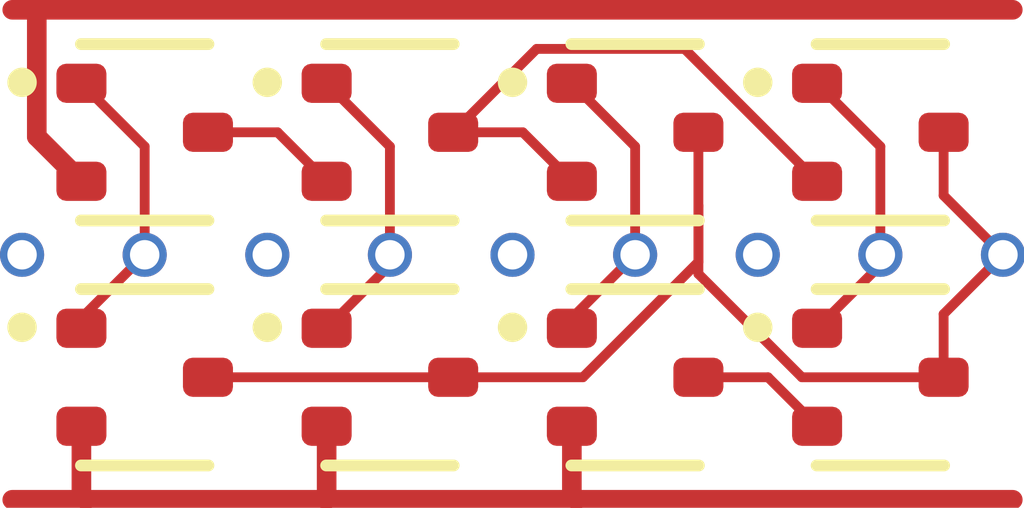
<source format=kicad_pcb>
(kicad_pcb (version 20241229) (generator "pcbnew") (generator_version "9.0")
  (layers (0 "F.Cu" signal) (2 "B.Cu" signal) (13 "F.Paste" user) (15 "B.Paste" user) (5 "F.SilkS" user "F.Silkscreen") (7 "B.SilkS" user "B.Silkscreen") (1 "F.Mask" user) (3 "B.Mask" user) (25 "Edge.Cuts" user))
  (net 0 "")
  (net 1 "A")
  (net 2 "GND")
  (net 3 "B")
  (net 4 "C1")
  (net 5 "Y")
  (net 6 "intC")
  (net 7 "C2")
  (net 8 "intPA")
  (net 9 "intPB")
  (net 10 "VDD")
  (footprint "Package_TO_SOT_SMD:SOT-523" (layer "F.Cu") (at 1.25 1.25)
    (property "Reference" "P1" (hide yes))
    (property "Value" "" (hide yes))
    (fp_line (start 0.65 -0.9) (end -0.65 -0.9) (stroke (width 0.12)) (layer "F.SilkS"))
    (fp_line (start 0.65 0.9) (end -0.65 0.9) (stroke (width 0.12)) (layer "F.SilkS"))
    (fp_circle (center -1.25 -0.51) (end -1.1 -0.51) (fill yes) (layer "F.SilkS"))
    (pad "1" smd roundrect (at -0.645 -0.5 180) (size 0.51 0.4) (layers "F.Cu" "F.Mask" "F.Paste") (net 1 "A"))
    (pad "2" smd roundrect (at -0.645 0.5 180) (size 0.51 0.4) (layers "F.Cu" "F.Mask" "F.Paste") (net 10 "VDD"))
    (pad "3" smd roundrect (at 0.645 0 180) (size 0.51 0.4) (layers "F.Cu" "F.Mask" "F.Paste") (net 8 "intPA"))
  )
  (footprint "Package_TO_SOT_SMD:SOT-523" (layer "F.Cu") (at 3.75 3.75)
    (property "Reference" "N2" (hide yes))
    (property "Value" "" (hide yes))
    (fp_line (start 0.65 -0.9) (end -0.65 -0.9) (stroke (width 0.12)) (layer "F.SilkS"))
    (fp_line (start 0.65 0.9) (end -0.65 0.9) (stroke (width 0.12)) (layer "F.SilkS"))
    (fp_circle (center -1.25 -0.51) (end -1.1 -0.51) (fill yes) (layer "F.SilkS"))
    (pad "1" smd roundrect (at -0.645 -0.5 180) (size 0.51 0.4) (layers "F.Cu" "F.Mask" "F.Paste") (net 3 "B"))
    (pad "2" smd roundrect (at -0.645 0.5 180) (size 0.51 0.4) (layers "F.Cu" "F.Mask" "F.Paste") (net 2 "GND"))
    (pad "3" smd roundrect (at 0.645 0 180) (size 0.51 0.4) (layers "F.Cu" "F.Mask" "F.Paste") (net 5 "Y"))
  )
  (footprint "Package_TO_SOT_SMD:SOT-523" (layer "F.Cu") (at 8.75 3.75)
    (property "Reference" "N4" (hide yes))
    (property "Value" "" (hide yes))
    (fp_line (start 0.65 -0.9) (end -0.65 -0.9) (stroke (width 0.12)) (layer "F.SilkS"))
    (fp_line (start 0.65 0.9) (end -0.65 0.9) (stroke (width 0.12)) (layer "F.SilkS"))
    (fp_circle (center -1.25 -0.51) (end -1.1 -0.51) (fill yes) (layer "F.SilkS"))
    (pad "1" smd roundrect (at -0.645 -0.5 180) (size 0.51 0.4) (layers "F.Cu" "F.Mask" "F.Paste") (net 7 "C2"))
    (pad "2" smd roundrect (at -0.645 0.5 180) (size 0.51 0.4) (layers "F.Cu" "F.Mask" "F.Paste") (net 6 "intC"))
    (pad "3" smd roundrect (at 0.645 0 180) (size 0.51 0.4) (layers "F.Cu" "F.Mask" "F.Paste") (net 5 "Y"))
  )
  (footprint "Package_TO_SOT_SMD:SOT-523" (layer "F.Cu") (at 6.25 1.25)
    (property "Reference" "P3" (hide yes))
    (property "Value" "" (hide yes))
    (fp_line (start 0.65 -0.9) (end -0.65 -0.9) (stroke (width 0.12)) (layer "F.SilkS"))
    (fp_line (start 0.65 0.9) (end -0.65 0.9) (stroke (width 0.12)) (layer "F.SilkS"))
    (fp_circle (center -1.25 -0.51) (end -1.1 -0.51) (fill yes) (layer "F.SilkS"))
    (pad "1" smd roundrect (at -0.645 -0.5 180) (size 0.51 0.4) (layers "F.Cu" "F.Mask" "F.Paste") (net 4 "C1"))
    (pad "2" smd roundrect (at -0.645 0.5 180) (size 0.51 0.4) (layers "F.Cu" "F.Mask" "F.Paste") (net 9 "intPB"))
    (pad "3" smd roundrect (at 0.645 0 180) (size 0.51 0.4) (layers "F.Cu" "F.Mask" "F.Paste") (net 5 "Y"))
  )
  (footprint "Package_TO_SOT_SMD:SOT-523" (layer "F.Cu") (at 3.75 1.25)
    (property "Reference" "P2" (hide yes))
    (property "Value" "" (hide yes))
    (fp_line (start 0.65 -0.9) (end -0.65 -0.9) (stroke (width 0.12)) (layer "F.SilkS"))
    (fp_line (start 0.65 0.9) (end -0.65 0.9) (stroke (width 0.12)) (layer "F.SilkS"))
    (fp_circle (center -1.25 -0.51) (end -1.1 -0.51) (fill yes) (layer "F.SilkS"))
    (pad "1" smd roundrect (at -0.645 -0.5 180) (size 0.51 0.4) (layers "F.Cu" "F.Mask" "F.Paste") (net 3 "B"))
    (pad "2" smd roundrect (at -0.645 0.5 180) (size 0.51 0.4) (layers "F.Cu" "F.Mask" "F.Paste") (net 8 "intPA"))
    (pad "3" smd roundrect (at 0.645 0 180) (size 0.51 0.4) (layers "F.Cu" "F.Mask" "F.Paste") (net 9 "intPB"))
  )
  (footprint "Package_TO_SOT_SMD:SOT-523" (layer "F.Cu") (at 8.75 1.25)
    (property "Reference" "P4" (hide yes))
    (property "Value" "" (hide yes))
    (fp_line (start 0.65 -0.9) (end -0.65 -0.9) (stroke (width 0.12)) (layer "F.SilkS"))
    (fp_line (start 0.65 0.9) (end -0.65 0.9) (stroke (width 0.12)) (layer "F.SilkS"))
    (fp_circle (center -1.25 -0.51) (end -1.1 -0.51) (fill yes) (layer "F.SilkS"))
    (pad "1" smd roundrect (at -0.645 -0.5 180) (size 0.51 0.4) (layers "F.Cu" "F.Mask" "F.Paste") (net 7 "C2"))
    (pad "2" smd roundrect (at -0.645 0.5 180) (size 0.51 0.4) (layers "F.Cu" "F.Mask" "F.Paste") (net 9 "intPB"))
    (pad "3" smd roundrect (at 0.645 0 180) (size 0.51 0.4) (layers "F.Cu" "F.Mask" "F.Paste") (net 5 "Y"))
  )
  (footprint "Package_TO_SOT_SMD:SOT-523" (layer "F.Cu") (at 1.25 3.75)
    (property "Reference" "N1" (hide yes))
    (property "Value" "" (hide yes))
    (fp_line (start 0.65 -0.9) (end -0.65 -0.9) (stroke (width 0.12)) (layer "F.SilkS"))
    (fp_line (start 0.65 0.9) (end -0.65 0.9) (stroke (width 0.12)) (layer "F.SilkS"))
    (fp_circle (center -1.25 -0.51) (end -1.1 -0.51) (fill yes) (layer "F.SilkS"))
    (pad "1" smd roundrect (at -0.645 -0.5 180) (size 0.51 0.4) (layers "F.Cu" "F.Mask" "F.Paste") (net 1 "A"))
    (pad "2" smd roundrect (at -0.645 0.5 180) (size 0.51 0.4) (layers "F.Cu" "F.Mask" "F.Paste") (net 2 "GND"))
    (pad "3" smd roundrect (at 0.645 0 180) (size 0.51 0.4) (layers "F.Cu" "F.Mask" "F.Paste") (net 5 "Y"))
  )
  (footprint "Package_TO_SOT_SMD:SOT-523" (layer "F.Cu") (at 6.25 3.75)
    (property "Reference" "N3" (hide yes))
    (property "Value" "" (hide yes))
    (fp_line (start 0.65 -0.9) (end -0.65 -0.9) (stroke (width 0.12)) (layer "F.SilkS"))
    (fp_line (start 0.65 0.9) (end -0.65 0.9) (stroke (width 0.12)) (layer "F.SilkS"))
    (fp_circle (center -1.25 -0.51) (end -1.1 -0.51) (fill yes) (layer "F.SilkS"))
    (pad "1" smd roundrect (at -0.645 -0.5 180) (size 0.51 0.4) (layers "F.Cu" "F.Mask" "F.Paste") (net 4 "C1"))
    (pad "2" smd roundrect (at -0.645 0.5 180) (size 0.51 0.4) (layers "F.Cu" "F.Mask" "F.Paste") (net 2 "GND"))
    (pad "3" smd roundrect (at 0.645 0 180) (size 0.51 0.4) (layers "F.Cu" "F.Mask" "F.Paste") (net 6 "intC"))
  )
  (via (at 5 2.5) (size 0.45) (drill 0.3) (layers "F.Cu" "B.Cu") (net 0))
  (via (at 0 2.5) (size 0.45) (drill 0.3) (layers "F.Cu" "B.Cu") (net 0))
  (via (at 2.5 2.5) (size 0.45) (drill 0.3) (layers "F.Cu" "B.Cu") (net 0))
  (via (at 7.5 2.5) (size 0.45) (drill 0.3) (layers "F.Cu" "B.Cu") (net 0))
  (segment (start 0.605 3.145) (end 0.605 3.25) (width 0.1) (layer "F.Cu") (net 1))
  (segment (start 1.25 2.5) (end 0.605 3.145) (width 0.1) (layer "F.Cu") (net 1))
  (segment (start 0.605 0.75) (end 1.25 1.395) (width 0.1) (layer "F.Cu") (net 1))
  (segment (start 1.25 1.395) (end 1.25 2.5) (width 0.1) (layer "F.Cu") (net 1))
  (via (at 1.25 2.5) (size 0.45) (drill 0.3) (layers "F.Cu" "B.Cu") (net 1))
  (segment (start 0.605 4.25) (end 0.605 4.955) (width 0.2) (layer "F.Cu") (net 2))
  (segment (start 3.105 4.25) (end 3.105 4.995) (width 0.2) (layer "F.Cu") (net 2))
  (segment (start 3.1 5) (end 5.65 5) (width 0.2) (layer "F.Cu") (net 2))
  (segment (start 0.605 4.955) (end 0.65 5) (width 0.2) (layer "F.Cu") (net 2))
  (segment (start 5.605 4.25) (end 5.605 4.955) (width 0.2) (layer "F.Cu") (net 2))
  (segment (start 0.65 5) (end 3.1 5) (width 0.2) (layer "F.Cu") (net 2))
  (segment (start 5.65 5) (end 10.1 5) (width 0.2) (layer "F.Cu") (net 2))
  (segment (start 3.105 4.995) (end 3.1 5) (width 0.2) (layer "F.Cu") (net 2))
  (segment (start 5.605 4.955) (end 5.65 5) (width 0.2) (layer "F.Cu") (net 2))
  (segment (start -0.1 5) (end 0.65 5) (width 0.2) (layer "F.Cu") (net 2))
  (segment (start 3.105 0.75) (end 3.75 1.395) (width 0.1) (layer "F.Cu") (net 3))
  (segment (start 3.75 2.5) (end 3.75 2.605) (width 0.1) (layer "F.Cu") (net 3))
  (segment (start 3.75 2.605) (end 3.105 3.25) (width 0.1) (layer "F.Cu") (net 3))
  (segment (start 3.75 1.395) (end 3.75 2.5) (width 0.1) (layer "F.Cu") (net 3))
  (via (at 3.75 2.5) (size 0.45) (drill 0.3) (layers "F.Cu" "B.Cu") (net 3))
  (segment (start 5.605 0.75) (end 6.25 1.395) (width 0.1) (layer "F.Cu") (net 4))
  (segment (start 5.605 3.145) (end 5.605 3.25) (width 0.1) (layer "F.Cu") (net 4))
  (segment (start 6.25 1.395) (end 6.25 2.5) (width 0.1) (layer "F.Cu") (net 4))
  (segment (start 6.25 2.5) (end 5.605 3.145) (width 0.1) (layer "F.Cu") (net 4))
  (via (at 6.25 2.5) (size 0.45) (drill 0.3) (layers "F.Cu" "B.Cu") (net 4))
  (segment (start 9.395 1.25) (end 9.395 1.895) (width 0.1) (layer "F.Cu") (net 5))
  (segment (start 6.895 2.695) (end 6.895 2) (width 0.1) (layer "F.Cu") (net 5))
  (segment (start 6.895 2) (end 6.895 1.25) (width 0.1) (layer "F.Cu") (net 5))
  (segment (start 6.895 2.572738) (end 6.895 2) (width 0.1) (layer "F.Cu") (net 5))
  (segment (start 9.395 3.75) (end 7.95 3.75) (width 0.1) (layer "F.Cu") (net 5))
  (segment (start 9.395 3.105) (end 9.395 3.75) (width 0.1) (layer "F.Cu") (net 5))
  (segment (start 9.395 1.895) (end 10 2.5) (width 0.1) (layer "F.Cu") (net 5))
  (segment (start 5.717738 3.75) (end 6.895 2.572738) (width 0.1) (layer "F.Cu") (net 5))
  (segment (start 10 2.5) (end 9.395 3.105) (width 0.1) (layer "F.Cu") (net 5))
  (segment (start 7.95 3.75) (end 6.895 2.695) (width 0.1) (layer "F.Cu") (net 5))
  (segment (start 1.895 3.75) (end 4.395 3.75) (width 0.1) (layer "F.Cu") (net 5))
  (segment (start 4.395 3.75) (end 5.717738 3.75) (width 0.1) (layer "F.Cu") (net 5))
  (via (at 10 2.5) (size 0.45) (drill 0.3) (layers "F.Cu" "B.Cu") (net 5))
  (segment (start 6.895 3.75) (end 7.605 3.75) (width 0.1) (layer "F.Cu") (net 6))
  (segment (start 7.605 3.75) (end 8.105 4.25) (width 0.1) (layer "F.Cu") (net 6))
  (segment (start 8.75 1.395) (end 8.75 2.5) (width 0.1) (layer "F.Cu") (net 7))
  (segment (start 8.75 2.5) (end 8.75 2.605) (width 0.1) (layer "F.Cu") (net 7))
  (segment (start 8.75 2.605) (end 8.105 3.25) (width 0.1) (layer "F.Cu") (net 7))
  (segment (start 8.105 0.75) (end 8.75 1.395) (width 0.1) (layer "F.Cu") (net 7))
  (via (at 8.75 2.5) (size 0.45) (drill 0.3) (layers "F.Cu" "B.Cu") (net 7))
  (segment (start 1.895 1.25) (end 2.605 1.25) (width 0.1) (layer "F.Cu") (net 8))
  (segment (start 2.605 1.25) (end 3.105 1.75) (width 0.1) (layer "F.Cu") (net 8))
  (segment (start 4.395 1.25) (end 5.105 1.25) (width 0.1) (layer "F.Cu") (net 9))
  (segment (start 5.246 0.399) (end 4.395 1.25) (width 0.1) (layer "F.Cu") (net 9))
  (segment (start 5.105 1.25) (end 5.605 1.75) (width 0.1) (layer "F.Cu") (net 9))
  (segment (start 8.105 1.75) (end 6.754 0.399) (width 0.1) (layer "F.Cu") (net 9))
  (segment (start 6.754 0.399) (end 5.246 0.399) (width 0.1) (layer "F.Cu") (net 9))
  (segment (start 0.605 1.75) (end 0.15 1.295) (width 0.2) (layer "F.Cu") (net 10))
  (segment (start -0.1 0) (end 0.15 0) (width 0.2) (layer "F.Cu") (net 10))
  (segment (start 0.15 1.295) (end 0.15 0) (width 0.2) (layer "F.Cu") (net 10))
  (segment (start 0.15 0) (end 10.1 0) (width 0.2) (layer "F.Cu") (net 10))
)
</source>
